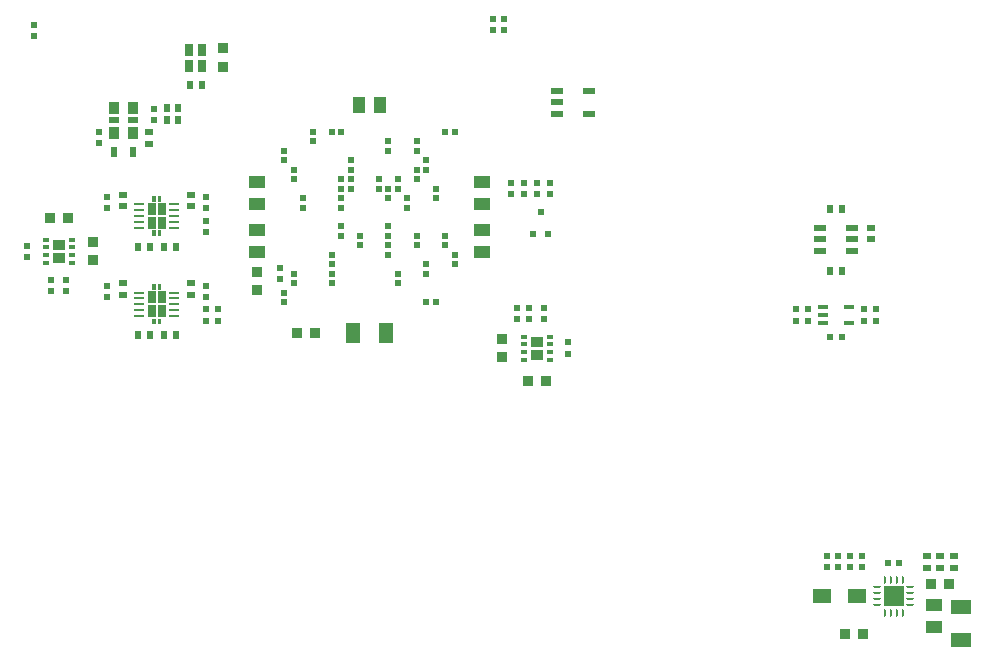
<source format=gbp>
G04 Layer_Color=128*
%FSLAX25Y25*%
%MOIN*%
G70*
G01*
G75*
%ADD10R,0.02520X0.02362*%
%ADD11R,0.02362X0.02520*%
%ADD12R,0.03937X0.05512*%
%ADD16R,0.02284X0.03701*%
%ADD17R,0.02165X0.01968*%
%ADD18R,0.01968X0.02165*%
%ADD71R,0.03543X0.03740*%
%ADD72R,0.03740X0.03543*%
%ADD73R,0.05512X0.03937*%
%ADD74R,0.06890X0.05118*%
%ADD75R,0.02362X0.01968*%
%ADD76R,0.05118X0.06890*%
%ADD77R,0.01968X0.02362*%
%ADD78R,0.01850X0.02362*%
%ADD79R,0.05905X0.04724*%
%ADD80R,0.04134X0.02362*%
%ADD83R,0.02953X0.03937*%
%ADD85R,0.03347X0.01102*%
%ADD86R,0.03347X0.01378*%
%ADD87R,0.03347X0.03937*%
%ADD88R,0.03347X0.02362*%
%ADD89R,0.03937X0.02165*%
%ADD90R,0.06693X0.06693*%
G04:AMPARAMS|DCode=91|XSize=9.84mil|YSize=23.62mil|CornerRadius=2.46mil|HoleSize=0mil|Usage=FLASHONLY|Rotation=0.000|XOffset=0mil|YOffset=0mil|HoleType=Round|Shape=RoundedRectangle|*
%AMROUNDEDRECTD91*
21,1,0.00984,0.01870,0,0,0.0*
21,1,0.00492,0.02362,0,0,0.0*
1,1,0.00492,0.00246,-0.00935*
1,1,0.00492,-0.00246,-0.00935*
1,1,0.00492,-0.00246,0.00935*
1,1,0.00492,0.00246,0.00935*
%
%ADD91ROUNDEDRECTD91*%
G04:AMPARAMS|DCode=92|XSize=9.84mil|YSize=23.62mil|CornerRadius=2.46mil|HoleSize=0mil|Usage=FLASHONLY|Rotation=270.000|XOffset=0mil|YOffset=0mil|HoleType=Round|Shape=RoundedRectangle|*
%AMROUNDEDRECTD92*
21,1,0.00984,0.01870,0,0,270.0*
21,1,0.00492,0.02362,0,0,270.0*
1,1,0.00492,-0.00935,-0.00246*
1,1,0.00492,-0.00935,0.00246*
1,1,0.00492,0.00935,0.00246*
1,1,0.00492,0.00935,-0.00246*
%
%ADD92ROUNDEDRECTD92*%
%ADD133R,0.01968X0.01575*%
%ADD145R,0.04331X0.03543*%
%ADD146R,0.04331X0.03543*%
%ADD147R,0.02677X0.04134*%
G36*
X253898Y562992D02*
X252795D01*
Y564961D01*
X253898D01*
Y562992D01*
D02*
G37*
G36*
X255866D02*
X254764D01*
Y564961D01*
X255866D01*
Y562992D01*
D02*
G37*
G36*
X253898Y551575D02*
X252795D01*
Y553543D01*
X253898D01*
Y551575D01*
D02*
G37*
G36*
X255866D02*
X254764D01*
Y553543D01*
X255866D01*
Y551575D01*
D02*
G37*
G36*
X253898Y592520D02*
X252795D01*
Y594488D01*
X253898D01*
Y592520D01*
D02*
G37*
G36*
X255866D02*
X254764D01*
Y594488D01*
X255866D01*
Y592520D01*
D02*
G37*
G36*
X253898Y581102D02*
X252795D01*
Y583071D01*
X253898D01*
Y581102D01*
D02*
G37*
G36*
X255866D02*
X254764D01*
Y583071D01*
X255866D01*
Y581102D01*
D02*
G37*
D10*
X492520Y583779D02*
D03*
Y580000D02*
D03*
X242913Y591024D02*
D03*
Y594803D02*
D03*
X265748Y590945D02*
D03*
Y594724D02*
D03*
X242913Y561496D02*
D03*
Y565276D02*
D03*
X265748Y561496D02*
D03*
Y565276D02*
D03*
X251575Y611890D02*
D03*
Y615669D02*
D03*
X511024Y470551D02*
D03*
Y474331D02*
D03*
X515354Y474331D02*
D03*
Y470551D02*
D03*
X520079Y470551D02*
D03*
Y474331D02*
D03*
D11*
X265433Y631496D02*
D03*
X269213D02*
D03*
X478819Y569291D02*
D03*
X482598D02*
D03*
X478819Y590157D02*
D03*
X482598D02*
D03*
X248110Y577559D02*
D03*
X251890D02*
D03*
X260551D02*
D03*
X256772D02*
D03*
X248110Y548032D02*
D03*
X251890D02*
D03*
X260551D02*
D03*
X256772D02*
D03*
X257756Y619685D02*
D03*
X261535D02*
D03*
X257756Y623622D02*
D03*
X261535D02*
D03*
D12*
X328839Y624803D02*
D03*
X321555D02*
D03*
D16*
X240197Y609055D02*
D03*
X246417D02*
D03*
D17*
X374410Y556988D02*
D03*
Y553248D02*
D03*
X378346D02*
D03*
Y556988D02*
D03*
X383465D02*
D03*
Y553248D02*
D03*
X391339Y541831D02*
D03*
Y545571D02*
D03*
X211024Y577854D02*
D03*
Y574114D02*
D03*
X224016Y566437D02*
D03*
Y562697D02*
D03*
X218898D02*
D03*
Y566437D02*
D03*
X237795Y593996D02*
D03*
Y590256D02*
D03*
X270866Y593996D02*
D03*
Y590256D02*
D03*
Y582382D02*
D03*
Y586122D02*
D03*
X237795Y564468D02*
D03*
Y560728D02*
D03*
X270866D02*
D03*
Y564468D02*
D03*
Y556595D02*
D03*
Y552854D02*
D03*
X274803Y556595D02*
D03*
Y552854D02*
D03*
X494095Y556595D02*
D03*
Y552854D02*
D03*
X490158Y556595D02*
D03*
Y552854D02*
D03*
X471260Y556595D02*
D03*
Y552854D02*
D03*
X467323Y556595D02*
D03*
Y552854D02*
D03*
X235039Y615650D02*
D03*
Y611909D02*
D03*
X253346Y623524D02*
D03*
Y619783D02*
D03*
X213386Y647736D02*
D03*
Y651476D02*
D03*
X372441Y594980D02*
D03*
Y598721D02*
D03*
X376772Y594980D02*
D03*
Y598721D02*
D03*
X385433Y594980D02*
D03*
Y598721D02*
D03*
X381102Y594980D02*
D03*
Y598721D02*
D03*
X295276Y570374D02*
D03*
Y566634D02*
D03*
X489370Y474311D02*
D03*
Y470571D02*
D03*
X481496D02*
D03*
Y474311D02*
D03*
X477559Y470571D02*
D03*
Y474311D02*
D03*
X485433Y470571D02*
D03*
Y474311D02*
D03*
D18*
X482579Y547244D02*
D03*
X478839D02*
D03*
X366240Y653543D02*
D03*
X369980D02*
D03*
Y649606D02*
D03*
X366240D02*
D03*
X498130Y472047D02*
D03*
X501870D02*
D03*
D71*
X378051Y532677D02*
D03*
X384154D02*
D03*
X224705Y587008D02*
D03*
X218602D02*
D03*
X518405Y464961D02*
D03*
X512303D02*
D03*
X483563Y448425D02*
D03*
X489665D02*
D03*
X300886Y548819D02*
D03*
X306988D02*
D03*
D72*
X369291Y540650D02*
D03*
Y546752D02*
D03*
X276378Y637500D02*
D03*
Y643602D02*
D03*
X233071Y579035D02*
D03*
Y572933D02*
D03*
X287795Y563091D02*
D03*
Y569193D02*
D03*
D73*
X513386Y457972D02*
D03*
Y450689D02*
D03*
X287795Y575886D02*
D03*
Y583169D02*
D03*
X362598Y591634D02*
D03*
Y598917D02*
D03*
X287795D02*
D03*
Y591634D02*
D03*
X362598Y583169D02*
D03*
Y575886D02*
D03*
D74*
X522441Y446555D02*
D03*
Y457382D02*
D03*
D75*
X312598Y571654D02*
D03*
Y574803D02*
D03*
X296850Y562205D02*
D03*
Y559055D02*
D03*
X300000Y568504D02*
D03*
Y565354D02*
D03*
X312598D02*
D03*
Y568504D02*
D03*
X331496Y596850D02*
D03*
Y593701D02*
D03*
X315748Y581102D02*
D03*
Y584252D02*
D03*
X337795Y590551D02*
D03*
Y593701D02*
D03*
X322047Y581102D02*
D03*
Y577953D02*
D03*
X331496Y581102D02*
D03*
Y584252D02*
D03*
X318898Y596850D02*
D03*
Y600000D02*
D03*
X334646Y596850D02*
D03*
Y600000D02*
D03*
X315748D02*
D03*
Y596850D02*
D03*
X328346D02*
D03*
Y600000D02*
D03*
X340945Y603150D02*
D03*
Y600000D02*
D03*
X315748Y593701D02*
D03*
Y590551D02*
D03*
X300000Y600000D02*
D03*
Y603150D02*
D03*
X303150Y590551D02*
D03*
Y593701D02*
D03*
X318898Y606299D02*
D03*
Y603150D02*
D03*
X306299Y612598D02*
D03*
Y615748D02*
D03*
X296850Y609449D02*
D03*
Y606299D02*
D03*
X340945Y612598D02*
D03*
Y609449D02*
D03*
X347244Y593701D02*
D03*
Y596850D02*
D03*
X331496Y609449D02*
D03*
Y612598D02*
D03*
X350394Y581102D02*
D03*
Y577953D02*
D03*
X344094Y603150D02*
D03*
Y606299D02*
D03*
X340945Y577953D02*
D03*
Y581102D02*
D03*
X331496Y574803D02*
D03*
Y577953D02*
D03*
X334646Y565354D02*
D03*
Y568504D02*
D03*
X353543Y571654D02*
D03*
Y574803D02*
D03*
X344094Y568504D02*
D03*
Y571654D02*
D03*
D76*
X330610Y548819D02*
D03*
X319783D02*
D03*
D77*
X315748Y615748D02*
D03*
X312598D02*
D03*
X350394D02*
D03*
X353543D02*
D03*
X347244Y559055D02*
D03*
X344094D02*
D03*
D78*
X382283Y589173D02*
D03*
X379724Y581693D02*
D03*
X384842D02*
D03*
D79*
X475984Y461024D02*
D03*
X487795D02*
D03*
D80*
X475394Y583661D02*
D03*
Y579921D02*
D03*
Y576181D02*
D03*
X486024D02*
D03*
Y579921D02*
D03*
Y583661D02*
D03*
D83*
X269488Y637894D02*
D03*
Y643209D02*
D03*
X265157Y637894D02*
D03*
Y643209D02*
D03*
D85*
X260138Y591732D02*
D03*
Y589764D02*
D03*
Y587795D02*
D03*
Y585827D02*
D03*
Y583858D02*
D03*
X248524Y591732D02*
D03*
Y589764D02*
D03*
Y587795D02*
D03*
Y585827D02*
D03*
Y583858D02*
D03*
X260138Y562205D02*
D03*
Y560236D02*
D03*
Y558268D02*
D03*
Y556299D02*
D03*
Y554331D02*
D03*
X248524Y562205D02*
D03*
Y560236D02*
D03*
Y558268D02*
D03*
Y556299D02*
D03*
Y554331D02*
D03*
D86*
X485039Y552165D02*
D03*
Y557283D02*
D03*
X476378D02*
D03*
Y554725D02*
D03*
Y552165D02*
D03*
D87*
X240158Y615551D02*
D03*
Y623819D02*
D03*
X246457Y615551D02*
D03*
Y623819D02*
D03*
D88*
X240158Y619685D02*
D03*
X246457D02*
D03*
D89*
X398228Y621850D02*
D03*
Y629331D02*
D03*
X387598D02*
D03*
Y625591D02*
D03*
Y621850D02*
D03*
D90*
X500000Y461024D02*
D03*
D91*
X497047Y455512D02*
D03*
X499016D02*
D03*
X500984D02*
D03*
X502953D02*
D03*
Y466535D02*
D03*
X500984D02*
D03*
X499016D02*
D03*
X497047D02*
D03*
D92*
X505512Y458071D02*
D03*
Y460039D02*
D03*
Y462008D02*
D03*
Y463976D02*
D03*
X494488D02*
D03*
Y462008D02*
D03*
Y460039D02*
D03*
Y458071D02*
D03*
D133*
X385433Y547539D02*
D03*
Y544980D02*
D03*
Y542421D02*
D03*
Y539862D02*
D03*
X376772Y547539D02*
D03*
Y544980D02*
D03*
Y542421D02*
D03*
Y539862D02*
D03*
X217323Y572146D02*
D03*
Y574705D02*
D03*
Y577264D02*
D03*
Y579823D02*
D03*
X225984Y572146D02*
D03*
Y574705D02*
D03*
Y577264D02*
D03*
Y579823D02*
D03*
D145*
X381102Y545866D02*
D03*
X221654Y573819D02*
D03*
D146*
X381102Y541536D02*
D03*
X221654Y578149D02*
D03*
D147*
X252697Y585532D02*
D03*
X255964D02*
D03*
X252697Y590158D02*
D03*
X255964D02*
D03*
X252697Y556004D02*
D03*
X255964D02*
D03*
X252697Y560630D02*
D03*
X255964D02*
D03*
M02*

</source>
